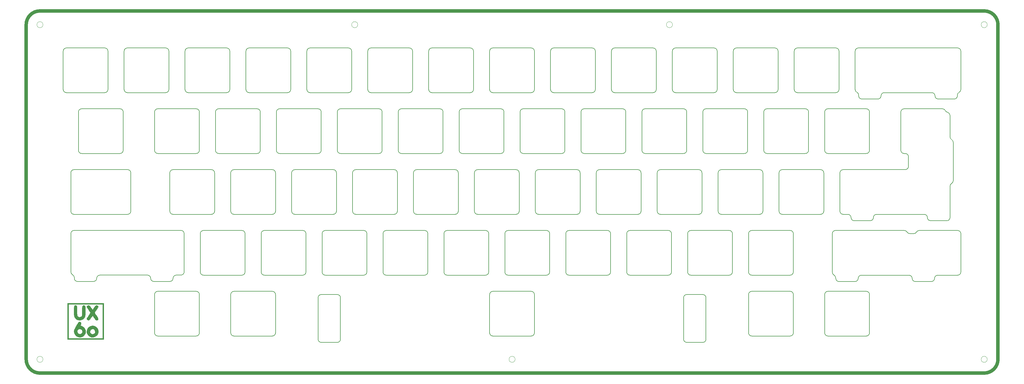
<source format=gtl>
G04 #@! TF.GenerationSoftware,KiCad,Pcbnew,5.1.10-88a1d61d58~90~ubuntu21.04.1*
G04 #@! TF.CreationDate,2021-09-17T14:10:37+02:00*
G04 #@! TF.ProjectId,unix60plate,756e6978-3630-4706-9c61-74652e6b6963,rev?*
G04 #@! TF.SameCoordinates,Original*
G04 #@! TF.FileFunction,Copper,L1,Top*
G04 #@! TF.FilePolarity,Positive*
%FSLAX46Y46*%
G04 Gerber Fmt 4.6, Leading zero omitted, Abs format (unit mm)*
G04 Created by KiCad (PCBNEW 5.1.10-88a1d61d58~90~ubuntu21.04.1) date 2021-09-17 14:10:37*
%MOMM*%
%LPD*%
G01*
G04 APERTURE LIST*
G04 #@! TA.AperFunction,NonConductor*
%ADD10C,1.000000*%
G04 #@! TD*
G04 #@! TA.AperFunction,Profile*
%ADD11C,0.200000*%
G04 #@! TD*
G04 #@! TA.AperFunction,Profile*
%ADD12C,0.050000*%
G04 #@! TD*
G04 #@! TA.AperFunction,EtchedComponent*
%ADD13C,0.010000*%
G04 #@! TD*
G04 APERTURE END LIST*
D10*
X357368500Y-175219700D02*
G75*
G02*
X353106000Y-179482200I-4262500J0D01*
G01*
X57831000Y-179482200D02*
G75*
G02*
X53568500Y-175219700I0J4262500D01*
G01*
X357368500Y-70444700D02*
X357368500Y-175219700D01*
X53568500Y-175219700D02*
X53568500Y-70444700D01*
X353106000Y-179482200D02*
X57831000Y-179482200D01*
X353106000Y-66182200D02*
G75*
G02*
X357368500Y-70444700I0J-4262500D01*
G01*
X57831000Y-66182200D02*
X353106000Y-66182200D01*
X53568500Y-70444700D02*
G75*
G02*
X57831000Y-66182200I4262500J0D01*
G01*
D11*
X57831000Y-65682200D02*
X353106000Y-65682200D01*
X53068500Y-175219700D02*
X53068500Y-70444700D01*
X353106000Y-179982200D02*
X57831000Y-179982200D01*
X357868500Y-70444700D02*
X357868500Y-175219700D01*
X307990692Y-116824140D02*
G75*
G02*
X308990692Y-115824140I1000000J0D01*
G01*
X108970523Y-148872839D02*
G75*
G02*
X107970522Y-147872838I0J1000001D01*
G01*
X245795597Y-128822828D02*
X245795597Y-116822821D01*
X68489251Y-129822828D02*
G75*
G02*
X67489251Y-128822828I0J1000000D01*
G01*
X164833054Y-109772817D02*
G75*
G02*
X163833053Y-110772818I-1000001J0D01*
G01*
X66108000Y-91722808D02*
G75*
G02*
X65107999Y-90722807I0J1000001D01*
G01*
X292421873Y-153922841D02*
G75*
G02*
X293421874Y-154922842I0J-1000001D01*
G01*
X293421874Y-166922848D02*
X293421874Y-154922842D01*
X270895610Y-129822828D02*
X282895617Y-129822828D01*
X293708123Y-78722801D02*
X293708123Y-90722807D01*
X199458072Y-91722808D02*
G75*
G02*
X198458071Y-90722807I0J1000001D01*
G01*
X251845600Y-129822828D02*
X263845607Y-129822828D01*
X198458071Y-78722801D02*
G75*
G02*
X199458072Y-77722800I1000001J0D01*
G01*
X211458078Y-77722800D02*
G75*
G02*
X212458079Y-78722801I0J-1000001D01*
G01*
X293420623Y-147872838D02*
G75*
G02*
X292420622Y-148872839I-1000001J0D01*
G01*
X160358051Y-78722801D02*
X160358051Y-90722807D01*
X212458079Y-166922848D02*
X212458079Y-154922842D01*
X145783043Y-109772817D02*
G75*
G02*
X144783042Y-110772818I-1000001J0D01*
G01*
X131783035Y-97772811D02*
X131783035Y-109772817D01*
X137545538Y-129822828D02*
G75*
G02*
X136545538Y-128822828I0J1000000D01*
G01*
X236270592Y-147872838D02*
G75*
G02*
X235270591Y-148872839I-1000001J0D01*
G01*
X161358051Y-91722807D02*
G75*
G02*
X160358051Y-90722807I0J1000000D01*
G01*
X254320602Y-134872831D02*
G75*
G02*
X255320602Y-135872831I0J-1000000D01*
G01*
X266101847Y-168922848D02*
G75*
G02*
X265101847Y-169922848I-1000000J0D01*
G01*
X260101844Y-169922848D02*
X265101847Y-169922848D01*
X260101844Y-169922848D02*
G75*
G02*
X259101844Y-168922848I0J1000000D01*
G01*
X255320602Y-147872838D02*
X255320602Y-135872831D01*
X342421942Y-130824140D02*
X342421942Y-121031190D01*
X307990692Y-116824140D02*
X307990692Y-128824140D01*
X311458942Y-130824140D02*
X311458942Y-130824140D01*
X342421942Y-98861140D02*
X342421942Y-105567089D01*
X342921942Y-106433115D02*
G75*
G02*
X343421942Y-107299140I-500000J-866025D01*
G01*
X341632155Y-97883484D02*
G75*
G02*
X342421942Y-98861140I-210213J-977656D01*
G01*
X308990692Y-129824140D02*
X310458942Y-129824140D01*
X342421942Y-130824140D02*
G75*
G02*
X341421942Y-131824140I-1000000J0D01*
G01*
X160070551Y-147872838D02*
G75*
G02*
X159070550Y-148872839I-1000001J0D01*
G01*
X123258031Y-91722808D02*
X135258037Y-91722808D01*
X166120554Y-148872839D02*
X178120560Y-148872839D01*
X123258031Y-91722808D02*
G75*
G02*
X122258030Y-90722807I0J1000001D01*
G01*
X137545538Y-129822828D02*
X149545545Y-129822828D01*
X150545545Y-128822828D02*
G75*
G02*
X149545545Y-129822828I-1000000J0D01*
G01*
X113733026Y-110772818D02*
X125733032Y-110772818D01*
X232795590Y-129822829D02*
G75*
G02*
X231795589Y-128822828I0J1000001D01*
G01*
X203220574Y-135872831D02*
X203220574Y-147872838D01*
X289945621Y-129822829D02*
G75*
G02*
X288945620Y-128822828I0J1000001D01*
G01*
X78108006Y-77722800D02*
X66108000Y-77722800D01*
X78108006Y-77722800D02*
G75*
G02*
X79108007Y-78722801I0J-1000001D01*
G01*
X279133115Y-109772817D02*
G75*
G02*
X278133114Y-110772818I-1000001J0D01*
G01*
X303233128Y-97772811D02*
X303233128Y-109772817D01*
X245795596Y-128822828D02*
G75*
G02*
X244795596Y-129822828I-1000000J0D01*
G01*
X112445525Y-128822828D02*
X112445525Y-116822821D01*
X169883055Y-97772811D02*
G75*
G02*
X170883056Y-96772810I1000001J0D01*
G01*
X182883063Y-96772811D02*
G75*
G02*
X183883063Y-97772811I0J-1000000D01*
G01*
X150833045Y-97772811D02*
G75*
G02*
X151833046Y-96772810I1000001J0D01*
G01*
X188933066Y-97772811D02*
G75*
G02*
X189933067Y-96772810I1000001J0D01*
G01*
X202933074Y-109772817D02*
X202933074Y-97772811D01*
X150808046Y-154922840D02*
X145811790Y-154922840D01*
X144811790Y-155922841D02*
X144811790Y-168922848D01*
X316234386Y-153922841D02*
G75*
G02*
X317234387Y-154922842I0J-1000001D01*
G01*
X145811790Y-169922848D02*
G75*
G02*
X144811790Y-168922848I0J1000000D01*
G01*
X93681763Y-154922842D02*
X93681763Y-166922848D01*
X93681763Y-154922842D02*
G75*
G02*
X94681764Y-153922841I1000001J0D01*
G01*
X303233127Y-154922842D02*
G75*
G02*
X304233128Y-153922841I1000001J0D01*
G01*
X328040691Y-110774140D02*
G75*
G02*
X327040691Y-109774140I0J1000000D01*
G01*
X199458072Y-91722808D02*
X211458078Y-91722808D01*
X67489251Y-116822821D02*
X67489251Y-128822828D01*
X118495528Y-129822828D02*
G75*
G02*
X117495528Y-128822828I0J1000000D01*
G01*
X198458071Y-78722801D02*
X198458071Y-90722807D01*
X316233135Y-96772810D02*
X304233128Y-96772810D01*
X317233136Y-109772817D02*
X317233136Y-97772811D01*
X278133114Y-96772810D02*
X266133108Y-96772810D01*
X117494276Y-154922842D02*
X117494276Y-166922848D01*
X98158017Y-90722807D02*
X98158017Y-78722801D01*
X122258030Y-78722801D02*
G75*
G02*
X123258031Y-77722800I1000001J0D01*
G01*
X135258037Y-77722800D02*
X123258031Y-77722800D01*
X135258037Y-77722800D02*
G75*
G02*
X136258038Y-78722801I0J-1000001D01*
G01*
X136258038Y-90722807D02*
X136258038Y-78722801D01*
X179408061Y-78722801D02*
G75*
G02*
X180408062Y-77722800I1000001J0D01*
G01*
X67489251Y-116822821D02*
G75*
G02*
X68489251Y-115822821I1000000J0D01*
G01*
X255320603Y-147872838D02*
G75*
G02*
X254320602Y-148872839I-1000001J0D01*
G01*
X208983077Y-110772818D02*
X220983084Y-110772818D01*
X106683022Y-153922841D02*
X94681764Y-153922841D01*
X146070544Y-135872831D02*
G75*
G02*
X147070544Y-134872831I1000000J0D01*
G01*
X159070550Y-134872831D02*
X147070544Y-134872831D01*
X159070550Y-134872830D02*
G75*
G02*
X160070551Y-135872831I0J-1000001D01*
G01*
X160070551Y-147872838D02*
X160070551Y-135872831D01*
X260370605Y-135872831D02*
G75*
G02*
X261370605Y-134872831I1000000J0D01*
G01*
X319463887Y-129822828D02*
X334339895Y-129822828D01*
X341632154Y-97883484D02*
G75*
G02*
X340941529Y-97339984I210213J977656D01*
G01*
X328421942Y-110774140D02*
X328040691Y-110774140D01*
X342421942Y-121031190D02*
G75*
G02*
X342921942Y-120165165I1000000J0D01*
G01*
X336339896Y-131822829D02*
X341422392Y-131822829D01*
X312458942Y-131824140D02*
X317463886Y-131822829D01*
X340040691Y-96774141D02*
G75*
G02*
X340941529Y-97339984I1J-999999D01*
G01*
X328040691Y-96774140D02*
X340040692Y-96774140D01*
X144811789Y-155922841D02*
G75*
G02*
X145811790Y-154922840I1000001J0D01*
G01*
X187645566Y-115822821D02*
G75*
G02*
X188645566Y-116822821I0J-1000000D01*
G01*
X188645566Y-128822828D02*
G75*
G02*
X187645566Y-129822828I-1000000J0D01*
G01*
X155595548Y-116822821D02*
X155595548Y-128822828D01*
X168595555Y-115822821D02*
X156595549Y-115822821D01*
X185170564Y-148872838D02*
G75*
G02*
X184170564Y-147872838I0J1000000D01*
G01*
X207983076Y-97772811D02*
G75*
G02*
X208983077Y-96772810I1000001J0D01*
G01*
X220983084Y-96772811D02*
G75*
G02*
X221983084Y-97772811I0J-1000000D01*
G01*
X297183125Y-96772811D02*
G75*
G02*
X298183125Y-97772811I0J-1000000D01*
G01*
X142308041Y-91722807D02*
G75*
G02*
X141308041Y-90722807I0J1000000D01*
G01*
X83870510Y-109772817D02*
G75*
G02*
X82870509Y-110772818I-1000001J0D01*
G01*
X304233128Y-110772817D02*
G75*
G02*
X303233128Y-109772817I0J1000000D01*
G01*
X280420616Y-167922849D02*
G75*
G02*
X279420615Y-166922848I0J1000001D01*
G01*
X170883056Y-110772817D02*
G75*
G02*
X169883056Y-109772817I0J1000000D01*
G01*
X198170572Y-147872838D02*
G75*
G02*
X197170571Y-148872839I-1000001J0D01*
G01*
X131495535Y-128822828D02*
X131495535Y-116822821D01*
X85158010Y-91722807D02*
G75*
G02*
X84158010Y-90722807I0J1000000D01*
G01*
X231795590Y-116822821D02*
G75*
G02*
X232795590Y-115822821I1000000J0D01*
G01*
X244795596Y-115822821D02*
X232795590Y-115822821D01*
X244795596Y-115822820D02*
G75*
G02*
X245795597Y-116822821I0J-1000001D01*
G01*
X250845600Y-116822821D02*
G75*
G02*
X251845600Y-115822821I1000000J0D01*
G01*
X263845607Y-115822821D02*
X251845600Y-115822821D01*
X263845607Y-115822821D02*
G75*
G02*
X264845607Y-116822821I0J-1000000D01*
G01*
X264845607Y-128822828D02*
X264845607Y-116822821D01*
X288945621Y-116822821D02*
G75*
G02*
X289945621Y-115822821I1000000J0D01*
G01*
X301945627Y-115822821D02*
X289945621Y-115822821D01*
X301945627Y-115822820D02*
G75*
G02*
X302945628Y-116822821I0J-1000001D01*
G01*
X302945628Y-128822828D02*
X302945628Y-116822821D01*
X83870509Y-109772817D02*
X83870509Y-97772811D01*
X256608103Y-91722808D02*
G75*
G02*
X255608102Y-90722807I0J1000001D01*
G01*
X136545538Y-116822821D02*
X136545538Y-128822828D01*
X288945620Y-116822821D02*
X288945620Y-128822828D01*
X76584142Y-148848739D02*
X91460142Y-148848739D01*
X101928392Y-134848739D02*
G75*
G02*
X102928392Y-135848739I0J-1000000D01*
G01*
X99460142Y-149848740D02*
X99460142Y-149848740D01*
X93460142Y-150848739D02*
X98460142Y-150848739D01*
X100460142Y-148848739D02*
X101928392Y-148848739D01*
X69584141Y-150848740D02*
G75*
G02*
X68584141Y-149848740I0J1000000D01*
G01*
X68040642Y-148738463D02*
G75*
G02*
X67497142Y-147848740I456500J889723D01*
G01*
X342921942Y-106433114D02*
G75*
G02*
X342421942Y-105567089I500000J866025D01*
G01*
X174358059Y-90722807D02*
G75*
G02*
X173358058Y-91722808I-1000001J0D01*
G01*
X94681764Y-167922849D02*
G75*
G02*
X93681763Y-166922848I0J1000001D01*
G01*
X183883063Y-109772817D02*
X183883063Y-97772811D01*
X213745580Y-129822829D02*
G75*
G02*
X212745579Y-128822828I0J1000001D01*
G01*
X202933074Y-109772817D02*
G75*
G02*
X201933073Y-110772818I-1000001J0D01*
G01*
X242320595Y-148872838D02*
G75*
G02*
X241320595Y-147872838I0J1000000D01*
G01*
X211458078Y-153922841D02*
G75*
G02*
X212458079Y-154922842I0J-1000001D01*
G01*
X117494276Y-154922842D02*
G75*
G02*
X118494277Y-153922841I1000001J0D01*
G01*
X198461814Y-154922842D02*
G75*
G02*
X199461815Y-153922841I1000001J0D01*
G01*
X316234386Y-153922841D02*
X304233128Y-153922841D01*
X255608102Y-78722801D02*
X255608102Y-90722807D01*
X304233128Y-110772818D02*
X316233135Y-110772818D01*
X241320595Y-135872831D02*
X241320595Y-147872838D01*
X265133107Y-97772811D02*
X265133107Y-109772817D01*
X118494277Y-167922849D02*
X130495535Y-167922849D01*
X93683014Y-97772811D02*
G75*
G02*
X94683015Y-96772810I1000001J0D01*
G01*
X280420616Y-148872839D02*
X292420622Y-148872839D01*
X189933067Y-110772818D02*
G75*
G02*
X188933066Y-109772817I0J1000001D01*
G01*
X70870502Y-110772817D02*
G75*
G02*
X69870502Y-109772817I0J1000000D01*
G01*
X241320595Y-135872831D02*
G75*
G02*
X242320595Y-134872831I1000000J0D01*
G01*
X66108000Y-91722808D02*
X78108006Y-91722808D01*
X261370605Y-148872838D02*
G75*
G02*
X260370605Y-147872838I0J1000000D01*
G01*
X217508082Y-78722801D02*
X217508082Y-90722807D01*
X154308048Y-77722800D02*
X142308041Y-77722800D01*
X317234387Y-166922848D02*
G75*
G02*
X316234386Y-167922849I-1000001J0D01*
G01*
X156595549Y-129822828D02*
X168595555Y-129822828D01*
X147070544Y-148872839D02*
G75*
G02*
X146070543Y-147872838I0J1000001D01*
G01*
X131495536Y-166922848D02*
G75*
G02*
X130495535Y-167922849I-1000001J0D01*
G01*
X264845607Y-128822828D02*
G75*
G02*
X263845607Y-129822828I-1000000J0D01*
G01*
X99445518Y-129822828D02*
X111445524Y-129822828D01*
X99445518Y-129822829D02*
G75*
G02*
X98445517Y-128822828I0J1000001D01*
G01*
X180408062Y-91722808D02*
G75*
G02*
X179408061Y-90722807I0J1000001D01*
G01*
X141308041Y-78722801D02*
X141308041Y-90722807D01*
X112733025Y-97772811D02*
X112733025Y-109772817D01*
X175645559Y-129822828D02*
G75*
G02*
X174645559Y-128822828I0J1000000D01*
G01*
X213745580Y-129822828D02*
X225745586Y-129822828D01*
X329421942Y-114824140D02*
X329421942Y-111774140D01*
X329421942Y-114824140D02*
G75*
G02*
X328421942Y-115824140I-1000000J0D01*
G01*
X318463886Y-130822829D02*
G75*
G02*
X317463886Y-131822829I-1000000J0D01*
G01*
X318463886Y-130822829D02*
G75*
G02*
X319463887Y-129822828I1000001J0D01*
G01*
X343421942Y-107299140D02*
X343421942Y-119299140D01*
X336339896Y-131822830D02*
G75*
G02*
X335339895Y-130822829I0J1000001D01*
G01*
X343421942Y-119299140D02*
G75*
G02*
X342921942Y-120165165I-1000000J0D01*
G01*
X334339895Y-129822829D02*
G75*
G02*
X335339895Y-130822829I0J-1000000D01*
G01*
X127020533Y-135872831D02*
G75*
G02*
X128020533Y-134872831I1000000J0D01*
G01*
X68489251Y-129822828D02*
X85251760Y-129822828D01*
X120970530Y-134872831D02*
X108970523Y-134872831D01*
X128020533Y-148872838D02*
G75*
G02*
X127020533Y-147872838I0J1000000D01*
G01*
X294708123Y-91722807D02*
G75*
G02*
X293708123Y-90722807I0J1000000D01*
G01*
X288658121Y-90722807D02*
G75*
G02*
X287658120Y-91722808I-1000001J0D01*
G01*
X146070543Y-135872831D02*
X146070543Y-147872838D01*
X94681764Y-167922849D02*
X106683022Y-167922849D01*
X260370605Y-135872831D02*
X260370605Y-147872838D01*
X199461815Y-167922848D02*
G75*
G02*
X198461815Y-166922848I0J1000000D01*
G01*
X86251760Y-128822828D02*
G75*
G02*
X85251760Y-129822828I-1000000J0D01*
G01*
X306159500Y-148874821D02*
G75*
G02*
X306701380Y-149872839I-648120J-998018D01*
G01*
X305609386Y-135872831D02*
G75*
G02*
X306609386Y-134872831I1000000J0D01*
G01*
X344809398Y-134872831D02*
X332809392Y-134872831D01*
X329871443Y-135872832D02*
G75*
G02*
X329005417Y-135372831I0J1000001D01*
G01*
X306158894Y-148875770D02*
G75*
G02*
X305609385Y-147872838I640492J1002932D01*
G01*
X337577397Y-149872839D02*
G75*
G02*
X336577396Y-150872840I-1000001J0D01*
G01*
X313701384Y-149872839D02*
G75*
G02*
X312701383Y-150872840I-1000001J0D01*
G01*
X314701384Y-148872839D02*
X329577392Y-148872839D01*
X317234387Y-166922848D02*
X317234387Y-154922842D01*
X130495535Y-153922841D02*
X118494277Y-153922841D01*
X198461815Y-154922842D02*
X198461815Y-166922848D01*
X106683022Y-153922842D02*
G75*
G02*
X107683022Y-154922842I0J-1000000D01*
G01*
X130495535Y-153922842D02*
G75*
G02*
X131495535Y-154922842I0J-1000000D01*
G01*
X211458078Y-153922841D02*
X199461815Y-153922841D01*
X251845600Y-129822828D02*
G75*
G02*
X250845600Y-128822828I0J1000000D01*
G01*
X259101844Y-155922841D02*
X259101844Y-168922848D01*
X269608110Y-90722807D02*
X269608110Y-78722801D01*
X211458078Y-77722800D02*
X199458072Y-77722800D01*
X269895610Y-116822821D02*
G75*
G02*
X270895610Y-115822821I1000000J0D01*
G01*
X212458079Y-90722807D02*
X212458079Y-78722801D01*
X84158009Y-78722801D02*
G75*
G02*
X85158010Y-77722800I1000001J0D01*
G01*
X97158017Y-77722800D02*
X85158010Y-77722800D01*
X97158017Y-77722801D02*
G75*
G02*
X98158017Y-78722801I0J-1000000D01*
G01*
X91460142Y-148848740D02*
G75*
G02*
X92460142Y-149848740I0J-1000000D01*
G01*
X68584141Y-149848740D02*
X68584141Y-149628186D01*
X75584142Y-149848740D02*
G75*
G02*
X76584142Y-148848740I1000000J0D01*
G01*
X68497142Y-134848740D02*
X101928392Y-134848740D01*
X93460142Y-150848740D02*
G75*
G02*
X92460142Y-149848740I0J1000000D01*
G01*
X102928392Y-147848740D02*
G75*
G02*
X101928392Y-148848740I-1000000J0D01*
G01*
X69584141Y-150848739D02*
X74584142Y-150848739D01*
X75584142Y-149848740D02*
G75*
G02*
X74584142Y-150848740I-1000000J0D01*
G01*
X345809399Y-147872838D02*
X345809399Y-135872831D01*
X307701380Y-150872839D02*
G75*
G02*
X306701380Y-149872839I0J1000000D01*
G01*
X331577393Y-150872840D02*
X336577396Y-150872840D01*
X338577398Y-148872838D02*
X344809398Y-148872839D01*
X331577393Y-150872839D02*
G75*
G02*
X330577393Y-149872839I0J1000000D01*
G01*
X331077341Y-135872832D02*
X329871443Y-135872831D01*
X344809398Y-134872830D02*
G75*
G02*
X345809399Y-135872831I0J-1000001D01*
G01*
X313701384Y-149872839D02*
G75*
G02*
X314701384Y-148872839I1000000J0D01*
G01*
X107683022Y-109772817D02*
X107683022Y-97772811D01*
X107683023Y-109772817D02*
G75*
G02*
X106683022Y-110772818I-1000001J0D01*
G01*
X94683015Y-110772818D02*
X106683022Y-110772818D01*
X169883056Y-97772811D02*
X169883056Y-109772817D01*
X182883063Y-96772810D02*
X170883056Y-96772810D01*
X150833046Y-97772811D02*
X150833046Y-109772817D01*
X163833053Y-96772811D02*
G75*
G02*
X164833053Y-97772811I0J-1000000D01*
G01*
X201933073Y-96772810D02*
G75*
G02*
X202933074Y-97772811I0J-1000001D01*
G01*
X131783035Y-97772811D02*
G75*
G02*
X132783036Y-96772810I1000001J0D01*
G01*
X122258030Y-78722801D02*
X122258030Y-90722807D01*
X67497142Y-135848739D02*
X67497142Y-147848740D01*
X92460142Y-149848740D02*
X92460142Y-149848740D01*
X68040642Y-148738463D02*
G75*
G02*
X68584142Y-149628186I-456500J-889723D01*
G01*
X102928392Y-135848739D02*
X102928392Y-147848740D01*
X75584142Y-149848740D02*
X75584142Y-149848740D01*
X67497142Y-135848739D02*
G75*
G02*
X68497142Y-134848739I1000000J0D01*
G01*
X99460142Y-149848740D02*
G75*
G02*
X98460142Y-150848740I-1000000J0D01*
G01*
X99460142Y-149848740D02*
G75*
G02*
X100460142Y-148848740I1000000J0D01*
G01*
X313845130Y-92502247D02*
X313845134Y-92722808D01*
X345808130Y-90722807D02*
X345808130Y-78722801D01*
X338721147Y-93722809D02*
X343721150Y-93722809D01*
X345264630Y-91612530D02*
G75*
G03*
X344721130Y-92502253I456500J-889723D01*
G01*
X313301630Y-91612524D02*
G75*
G02*
X312758130Y-90722801I456500J889723D01*
G01*
X344803145Y-77722800D02*
X313753139Y-77722800D01*
X344721151Y-92722808D02*
G75*
G02*
X343721150Y-93722809I-1000001J0D01*
G01*
X338577398Y-148872838D02*
G75*
G03*
X337577397Y-149872839I0J-1000001D01*
G01*
X298183125Y-109772817D02*
X298183125Y-97772811D01*
X246083097Y-97772811D02*
G75*
G02*
X247083098Y-96772810I1000001J0D01*
G01*
X259083104Y-96772810D02*
X247083098Y-96772810D01*
X259083104Y-96772810D02*
G75*
G02*
X260083105Y-97772811I0J-1000001D01*
G01*
X227033086Y-97772811D02*
G75*
G02*
X228033087Y-96772810I1000001J0D01*
G01*
X240033094Y-96772810D02*
X228033087Y-96772810D01*
X240033094Y-96772811D02*
G75*
G02*
X241033094Y-97772811I0J-1000000D01*
G01*
X241033094Y-109772817D02*
X241033094Y-97772811D01*
X164833053Y-109772817D02*
X164833053Y-97772811D01*
X183883064Y-109772817D02*
G75*
G02*
X182883063Y-110772818I-1000001J0D01*
G01*
X304233128Y-167922848D02*
G75*
G02*
X303233128Y-166922848I0J1000000D01*
G01*
X192408068Y-77722800D02*
X180408062Y-77722800D01*
X192408068Y-77722800D02*
G75*
G02*
X193408069Y-78722801I0J-1000001D01*
G01*
X193408069Y-90722807D02*
X193408069Y-78722801D01*
X154308048Y-77722801D02*
G75*
G02*
X155308048Y-78722801I0J-1000000D01*
G01*
X155308048Y-90722807D02*
X155308048Y-78722801D01*
X155308049Y-90722807D02*
G75*
G02*
X154308048Y-91722808I-1000001J0D01*
G01*
X142308041Y-91722808D02*
X154308048Y-91722808D01*
X160358050Y-78722801D02*
G75*
G02*
X161358051Y-77722800I1000001J0D01*
G01*
X173358058Y-77722800D02*
X161358051Y-77722800D01*
X173358058Y-77722801D02*
G75*
G02*
X174358058Y-78722801I0J-1000000D01*
G01*
X174358058Y-90722807D02*
X174358058Y-78722801D01*
X217508081Y-78722801D02*
G75*
G02*
X218508082Y-77722800I1000001J0D01*
G01*
X230508089Y-77722800D02*
X218508082Y-77722800D01*
X230508089Y-77722801D02*
G75*
G02*
X231508089Y-78722801I0J-1000000D01*
G01*
X231508089Y-90722807D02*
X231508089Y-78722801D01*
X116208027Y-77722801D02*
G75*
G02*
X117208027Y-78722801I0J-1000000D01*
G01*
X85251760Y-115822820D02*
G75*
G02*
X86251761Y-116822821I0J-1000001D01*
G01*
X260083105Y-109772817D02*
G75*
G02*
X259083104Y-110772818I-1000001J0D01*
G01*
X163833053Y-96772810D02*
X151833046Y-96772810D01*
X201933073Y-96772810D02*
X189933067Y-96772810D01*
X329577392Y-148872838D02*
G75*
G02*
X330577393Y-149872839I0J-1000001D01*
G01*
X328139391Y-134872831D02*
X306609386Y-134872831D01*
X305609385Y-135872831D02*
X305609385Y-147872838D01*
X328139391Y-134872830D02*
G75*
G02*
X329005417Y-135372831I0J-1000001D01*
G01*
X307701380Y-150872840D02*
X312701383Y-150872840D01*
X331943367Y-135372831D02*
G75*
G02*
X332809392Y-134872831I866025J-500000D01*
G01*
X345809399Y-147872838D02*
G75*
G02*
X344809398Y-148872839I-1000001J0D01*
G01*
X331077341Y-135872832D02*
G75*
G03*
X331943367Y-135372831I0J1000001D01*
G01*
X85158010Y-91722808D02*
X97158017Y-91722808D01*
X269895610Y-116822821D02*
X269895610Y-128822828D01*
X274658112Y-78722801D02*
G75*
G02*
X275658113Y-77722800I1000001J0D01*
G01*
X287658120Y-77722800D02*
X275658113Y-77722800D01*
X287658120Y-77722801D02*
G75*
G02*
X288658120Y-78722801I0J-1000000D01*
G01*
X288658120Y-90722807D02*
X288658120Y-78722801D01*
X151833046Y-110772818D02*
X163833053Y-110772818D01*
X293421874Y-166922848D02*
G75*
G02*
X292421873Y-167922849I-1000001J0D01*
G01*
X280420616Y-167922849D02*
X292421873Y-167922849D01*
X106683022Y-96772810D02*
X94683015Y-96772810D01*
X107683023Y-166922848D02*
G75*
G02*
X106683022Y-167922849I-1000001J0D01*
G01*
X85251760Y-115822821D02*
X68489251Y-115822821D01*
X86251761Y-128822828D02*
X86251761Y-116822821D01*
X317233136Y-109772817D02*
G75*
G02*
X316233135Y-110772818I-1000001J0D01*
G01*
X145811790Y-169922848D02*
X150808046Y-169922848D01*
X254320602Y-134872831D02*
X242320595Y-134872831D01*
X204220574Y-148872839D02*
X216220581Y-148872839D01*
X247083098Y-110772818D02*
X259083104Y-110772818D01*
X241033095Y-109772817D02*
G75*
G02*
X240033094Y-110772818I-1000001J0D01*
G01*
X207695576Y-128822828D02*
G75*
G02*
X206695576Y-129822828I-1000000J0D01*
G01*
X246083097Y-97772811D02*
X246083097Y-109772817D01*
X121970530Y-147872838D02*
X121970530Y-135872831D01*
X108970523Y-148872839D02*
X120970530Y-148872839D01*
X169595555Y-128822828D02*
G75*
G02*
X168595555Y-129822828I-1000000J0D01*
G01*
X94683015Y-110772817D02*
G75*
G02*
X93683015Y-109772817I0J1000000D01*
G01*
X289945621Y-129822828D02*
X301945627Y-129822828D01*
X228033087Y-110772817D02*
G75*
G02*
X227033087Y-109772817I0J1000000D01*
G01*
X169595556Y-128822828D02*
X169595556Y-116822821D01*
X313301630Y-91612524D02*
G75*
G02*
X313845130Y-92502247I-456500J-889723D01*
G01*
X321845138Y-91722808D02*
X336721146Y-91722808D01*
X320845138Y-92722808D02*
G75*
G02*
X319845137Y-93722809I-1000001J0D01*
G01*
X312758130Y-78722801D02*
G75*
G02*
X313758130Y-77722801I1000000J0D01*
G01*
X320845138Y-92722808D02*
G75*
G02*
X321845138Y-91722808I1000000J0D01*
G01*
X336721146Y-91722807D02*
G75*
G02*
X337721147Y-92722808I0J-1000001D01*
G01*
X314845134Y-93722809D02*
X319845137Y-93722809D01*
X345264630Y-91612530D02*
G75*
G03*
X345808130Y-90722807I-456500J889723D01*
G01*
X314845134Y-93722808D02*
G75*
G02*
X313845134Y-92722808I0J1000000D01*
G01*
X312758130Y-78722801D02*
X312758130Y-90722801D01*
X338721147Y-93722808D02*
G75*
G02*
X337721147Y-92722808I0J1000000D01*
G01*
X344808129Y-77722800D02*
G75*
G02*
X345808130Y-78722801I0J-1000001D01*
G01*
X344721130Y-92502253D02*
X344721151Y-92722808D01*
X293708122Y-78722801D02*
G75*
G02*
X294708123Y-77722800I1000001J0D01*
G01*
X178120560Y-134872831D02*
X166120554Y-134872831D01*
X179120561Y-147872838D02*
X179120561Y-135872831D01*
X235270591Y-134872830D02*
G75*
G02*
X236270592Y-135872831I0J-1000001D01*
G01*
X236270592Y-147872838D02*
X236270592Y-135872831D01*
X307708130Y-90722807D02*
X307708130Y-78722801D01*
X255608102Y-78722801D02*
G75*
G02*
X256608103Y-77722800I1000001J0D01*
G01*
X150808046Y-154922841D02*
G75*
G02*
X151808046Y-155922841I0J-1000000D01*
G01*
X268608109Y-77722800D02*
X256608103Y-77722800D01*
X268608109Y-77722800D02*
G75*
G02*
X269608110Y-78722801I0J-1000001D01*
G01*
X174645559Y-116822821D02*
X174645559Y-128822828D01*
X165120553Y-135872831D02*
X165120553Y-147872838D01*
X285183118Y-110772818D02*
X297183125Y-110772818D01*
X118494277Y-167922849D02*
G75*
G02*
X117494276Y-166922848I0J1000001D01*
G01*
X279420615Y-154922842D02*
X279420615Y-166922848D01*
X221983085Y-109772817D02*
G75*
G02*
X220983084Y-110772818I-1000001J0D01*
G01*
X285183118Y-110772817D02*
G75*
G02*
X284183118Y-109772817I0J1000000D01*
G01*
X79108007Y-90722807D02*
X79108007Y-78722801D01*
X284183117Y-97772811D02*
G75*
G02*
X285183118Y-96772810I1000001J0D01*
G01*
X141020541Y-147872838D02*
G75*
G02*
X140020540Y-148872839I-1000001J0D01*
G01*
X273370612Y-134872831D02*
X261370605Y-134872831D01*
X198170571Y-147872838D02*
X198170571Y-135872831D01*
X136258038Y-90722807D02*
G75*
G02*
X135258037Y-91722808I-1000001J0D01*
G01*
X193695569Y-116822821D02*
X193695569Y-128822828D01*
X237558092Y-91722807D02*
G75*
G02*
X236558092Y-90722807I0J1000000D01*
G01*
X151833046Y-110772817D02*
G75*
G02*
X150833046Y-109772817I0J1000000D01*
G01*
X116208027Y-77722800D02*
X104208020Y-77722800D01*
X151808046Y-168922848D02*
G75*
G02*
X150808046Y-169922848I-1000000J0D01*
G01*
X166120554Y-148872839D02*
G75*
G02*
X165120553Y-147872838I0J1000001D01*
G01*
X225745586Y-115822821D02*
X213745580Y-115822821D01*
X225745586Y-115822820D02*
G75*
G02*
X226745587Y-116822821I0J-1000001D01*
G01*
X117495528Y-116822821D02*
X117495528Y-128822828D01*
X117495528Y-116822821D02*
G75*
G02*
X118495528Y-115822821I1000000J0D01*
G01*
X130495535Y-115822821D02*
X118495528Y-115822821D01*
X307708131Y-90722807D02*
G75*
G02*
X306708130Y-91722808I-1000001J0D01*
G01*
X130495535Y-115822821D02*
G75*
G02*
X131495535Y-116822821I0J-1000000D01*
G01*
X136545538Y-116822821D02*
G75*
G02*
X137545538Y-115822821I1000000J0D01*
G01*
X149545545Y-115822821D02*
X137545538Y-115822821D01*
X149545545Y-115822821D02*
G75*
G02*
X150545545Y-116822821I0J-1000000D01*
G01*
X150545545Y-128822828D02*
X150545545Y-116822821D01*
X187645566Y-115822821D02*
X175645559Y-115822821D01*
X127020533Y-135872831D02*
X127020533Y-147872838D01*
X228033087Y-110772818D02*
X240033094Y-110772818D01*
X261370605Y-148872839D02*
X273370612Y-148872839D01*
X84158010Y-78722801D02*
X84158010Y-90722807D01*
X189933067Y-110772818D02*
X201933073Y-110772818D01*
X103208020Y-78722801D02*
X103208020Y-90722807D01*
X132783036Y-110772818D02*
X144783042Y-110772818D01*
X144783042Y-96772810D02*
X132783036Y-96772810D01*
X144783042Y-96772810D02*
G75*
G02*
X145783043Y-97772811I0J-1000001D01*
G01*
X145783043Y-109772817D02*
X145783043Y-97772811D01*
X112733025Y-97772811D02*
G75*
G02*
X113733026Y-96772810I1000001J0D01*
G01*
X125733032Y-96772810D02*
X113733026Y-96772810D01*
X125733032Y-96772810D02*
G75*
G02*
X126733033Y-97772811I0J-1000001D01*
G01*
X126733033Y-109772817D02*
X126733033Y-97772811D01*
X236558091Y-78722801D02*
G75*
G02*
X237558092Y-77722800I1000001J0D01*
G01*
X249558099Y-77722800D02*
X237558092Y-77722800D01*
X249558099Y-77722801D02*
G75*
G02*
X250558099Y-78722801I0J-1000000D01*
G01*
X250558099Y-90722807D02*
X250558099Y-78722801D01*
X298183126Y-109772817D02*
G75*
G02*
X297183125Y-110772818I-1000001J0D01*
G01*
X218508082Y-91722808D02*
X230508089Y-91722808D01*
X140020540Y-134872831D02*
X128020533Y-134872831D01*
X266133108Y-110772818D02*
X278133114Y-110772818D01*
X113733026Y-110772818D02*
G75*
G02*
X112733025Y-109772817I0J1000001D01*
G01*
X227033087Y-97772811D02*
X227033087Y-109772817D01*
X327040691Y-97774140D02*
G75*
G02*
X328040691Y-96774140I1000000J0D01*
G01*
X184170564Y-135872831D02*
X184170564Y-147872838D01*
X98158018Y-90722807D02*
G75*
G02*
X97158017Y-91722808I-1000001J0D01*
G01*
X226745586Y-128822828D02*
G75*
G02*
X225745586Y-129822828I-1000000J0D01*
G01*
X199461815Y-167922848D02*
X211458078Y-167922849D01*
X107970522Y-135872831D02*
X107970522Y-147872838D01*
X327040691Y-97774140D02*
X327040691Y-109774140D01*
X117208027Y-90722807D02*
X117208027Y-78722801D01*
X117208028Y-90722807D02*
G75*
G02*
X116208027Y-91722808I-1000001J0D01*
G01*
X104208020Y-91722808D02*
X116208027Y-91722808D01*
X179408061Y-78722801D02*
X179408061Y-90722807D01*
X132783036Y-110772818D02*
G75*
G02*
X131783035Y-109772817I0J1000001D01*
G01*
X131495535Y-128822828D02*
G75*
G02*
X130495535Y-129822828I-1000000J0D01*
G01*
X118495528Y-129822828D02*
X130495535Y-129822828D01*
X188933066Y-97772811D02*
X188933066Y-109772817D01*
X141308040Y-78722801D02*
G75*
G02*
X142308041Y-77722800I1000001J0D01*
G01*
X306708130Y-77722800D02*
X294708123Y-77722800D01*
X306708130Y-77722801D02*
G75*
G02*
X307708130Y-78722801I0J-1000000D01*
G01*
X222270585Y-135872831D02*
G75*
G02*
X223270585Y-134872831I1000000J0D01*
G01*
X216220581Y-134872831D02*
X204220574Y-134872831D01*
X217220581Y-147872838D02*
X217220581Y-135872831D01*
X292420622Y-134872831D02*
X280420616Y-134872831D01*
X107970523Y-135872831D02*
G75*
G02*
X108970523Y-134872831I1000000J0D01*
G01*
X147070544Y-148872839D02*
X159070550Y-148872839D01*
X65107999Y-78722801D02*
G75*
G02*
X66108000Y-77722800I1000001J0D01*
G01*
X188645566Y-128822828D02*
X188645566Y-116822821D01*
X175645559Y-129822828D02*
X187645566Y-129822828D01*
X155595549Y-116822821D02*
G75*
G02*
X156595549Y-115822821I1000000J0D01*
G01*
X168595555Y-115822820D02*
G75*
G02*
X169595556Y-116822821I0J-1000001D01*
G01*
X266101848Y-168922848D02*
X266101848Y-155922841D01*
X220983084Y-96772810D02*
X208983077Y-96772810D01*
X221983084Y-109772817D02*
X221983084Y-97772811D01*
X297183125Y-96772810D02*
X285183118Y-96772810D01*
X275658113Y-91722808D02*
X287658120Y-91722808D01*
X223270585Y-148872839D02*
X235270591Y-148872839D01*
X156595549Y-129822829D02*
G75*
G02*
X155595548Y-128822828I0J1000001D01*
G01*
X112445524Y-128822828D02*
G75*
G02*
X111445524Y-129822828I-1000000J0D01*
G01*
X310458942Y-129824140D02*
G75*
G02*
X311458942Y-130824140I0J-1000000D01*
G01*
X280420616Y-148872839D02*
G75*
G02*
X279420615Y-147872838I0J1000001D01*
G01*
X79108007Y-90722807D02*
G75*
G02*
X78108006Y-91722808I-1000001J0D01*
G01*
X107683022Y-166922848D02*
X107683022Y-154922842D01*
X279420615Y-154922842D02*
G75*
G02*
X280420616Y-153922841I1000001J0D01*
G01*
X237558092Y-91722808D02*
X249558099Y-91722808D01*
X260083105Y-109772817D02*
X260083105Y-97772811D01*
X70870502Y-110772818D02*
X82870509Y-110772818D01*
X194695569Y-129822828D02*
X206695576Y-129822828D01*
X250558100Y-90722807D02*
G75*
G02*
X249558099Y-91722808I-1000001J0D01*
G01*
X247083098Y-110772818D02*
G75*
G02*
X246083097Y-109772817I0J1000001D01*
G01*
X308990692Y-129824140D02*
G75*
G02*
X307990692Y-128824140I0J1000000D01*
G01*
X222270584Y-135872831D02*
X222270584Y-147872838D01*
X184170564Y-135872831D02*
G75*
G02*
X185170564Y-134872831I1000000J0D01*
G01*
X242320595Y-148872839D02*
X254320602Y-148872839D01*
X197170571Y-134872831D02*
X185170564Y-134872831D01*
X273370612Y-134872831D02*
G75*
G02*
X274370612Y-135872831I0J-1000000D01*
G01*
X131495535Y-166922848D02*
X131495535Y-154922842D01*
X165120554Y-135872831D02*
G75*
G02*
X166120554Y-134872831I1000000J0D01*
G01*
X178120560Y-134872830D02*
G75*
G02*
X179120561Y-135872831I0J-1000001D01*
G01*
X235270591Y-134872831D02*
X223270585Y-134872831D01*
X203220574Y-135872831D02*
G75*
G02*
X204220574Y-134872831I1000000J0D01*
G01*
X216220581Y-134872831D02*
G75*
G02*
X217220581Y-135872831I0J-1000000D01*
G01*
X279420616Y-135872831D02*
G75*
G02*
X280420616Y-134872831I1000000J0D01*
G01*
X236558092Y-78722801D02*
X236558092Y-90722807D01*
X265101847Y-154922840D02*
G75*
G02*
X266101848Y-155922841I0J-1000001D01*
G01*
X232795590Y-129822828D02*
X244795596Y-129822828D01*
X294708123Y-91722808D02*
X306708130Y-91722808D01*
X208983077Y-110772817D02*
G75*
G02*
X207983077Y-109772817I0J1000000D01*
G01*
X303233128Y-154922842D02*
X303233128Y-166922848D01*
X266133108Y-110772818D02*
G75*
G02*
X265133107Y-109772817I0J1000001D01*
G01*
X193408069Y-90722807D02*
G75*
G02*
X192408068Y-91722808I-1000001J0D01*
G01*
X274370613Y-147872838D02*
G75*
G02*
X273370612Y-148872839I-1000001J0D01*
G01*
X269608110Y-90722807D02*
G75*
G02*
X268608109Y-91722808I-1000001J0D01*
G01*
X231508090Y-90722807D02*
G75*
G02*
X230508089Y-91722808I-1000001J0D01*
G01*
X256608103Y-91722808D02*
X268608109Y-91722808D01*
X328421942Y-110774140D02*
G75*
G02*
X329421942Y-111774140I0J-1000000D01*
G01*
X308990692Y-115824140D02*
X328421942Y-115824140D01*
X292421873Y-153922841D02*
X280420616Y-153922841D01*
X217220582Y-147872838D02*
G75*
G02*
X216220581Y-148872839I-1000001J0D01*
G01*
X126733033Y-109772817D02*
G75*
G02*
X125733032Y-110772818I-1000001J0D01*
G01*
X65107999Y-78722801D02*
X65107999Y-90722807D01*
X279420615Y-135872831D02*
X279420615Y-147872838D01*
X274658113Y-78722801D02*
X274658113Y-90722807D01*
X283895617Y-128822828D02*
G75*
G02*
X282895617Y-129822828I-1000000J0D01*
G01*
X194695569Y-129822828D02*
G75*
G02*
X193695569Y-128822828I0J1000000D01*
G01*
X303233127Y-97772811D02*
G75*
G02*
X304233128Y-96772810I1000001J0D01*
G01*
X316233135Y-96772810D02*
G75*
G02*
X317233136Y-97772811I0J-1000001D01*
G01*
X265133107Y-97772811D02*
G75*
G02*
X266133108Y-96772810I1000001J0D01*
G01*
X278133114Y-96772810D02*
G75*
G02*
X279133115Y-97772811I0J-1000001D01*
G01*
X279133115Y-109772817D02*
X279133115Y-97772811D01*
X69870502Y-97772811D02*
X69870502Y-109772817D01*
X69870501Y-97772811D02*
G75*
G02*
X70870502Y-96772810I1000001J0D01*
G01*
X82870509Y-96772810D02*
X70870502Y-96772810D01*
X82870509Y-96772811D02*
G75*
G02*
X83870509Y-97772811I0J-1000000D01*
G01*
X106683022Y-96772811D02*
G75*
G02*
X107683022Y-97772811I0J-1000000D01*
G01*
X98445517Y-116822821D02*
X98445517Y-128822828D01*
X98445518Y-116822821D02*
G75*
G02*
X99445518Y-115822821I1000000J0D01*
G01*
X111445524Y-115822821D02*
X99445518Y-115822821D01*
X111445524Y-115822820D02*
G75*
G02*
X112445525Y-116822821I0J-1000001D01*
G01*
X197170571Y-134872831D02*
G75*
G02*
X198170571Y-135872831I0J-1000000D01*
G01*
X274370612Y-147872838D02*
X274370612Y-135872831D01*
X93683015Y-97772811D02*
X93683015Y-109772817D01*
X170883056Y-110772818D02*
X182883063Y-110772818D01*
X259101843Y-155922841D02*
G75*
G02*
X260101844Y-154922840I1000001J0D01*
G01*
X250845600Y-116822821D02*
X250845600Y-128822828D01*
X292420622Y-134872830D02*
G75*
G02*
X293420623Y-135872831I0J-1000001D01*
G01*
X293420623Y-147872838D02*
X293420623Y-135872831D01*
X140020540Y-134872831D02*
G75*
G02*
X141020540Y-135872831I0J-1000000D01*
G01*
X141020540Y-147872838D02*
X141020540Y-135872831D01*
X128020533Y-148872839D02*
X140020540Y-148872839D01*
X120970530Y-134872831D02*
G75*
G02*
X121970530Y-135872831I0J-1000000D01*
G01*
X121970531Y-147872838D02*
G75*
G02*
X120970530Y-148872839I-1000001J0D01*
G01*
X282895617Y-115822821D02*
X270895610Y-115822821D01*
X282895617Y-115822821D02*
G75*
G02*
X283895617Y-116822821I0J-1000000D01*
G01*
X283895617Y-128822828D02*
X283895617Y-116822821D01*
X231795589Y-116822821D02*
X231795589Y-128822828D01*
X212458079Y-166922848D02*
G75*
G02*
X211458078Y-167922849I-1000001J0D01*
G01*
X180408062Y-91722808D02*
X192408068Y-91722808D01*
X179120561Y-147872838D02*
G75*
G02*
X178120560Y-148872839I-1000001J0D01*
G01*
X304233128Y-167922849D02*
X316234386Y-167922849D01*
X193695569Y-116822821D02*
G75*
G02*
X194695569Y-115822821I1000000J0D01*
G01*
X206695576Y-115822821D02*
X194695569Y-115822821D01*
X206695576Y-115822821D02*
G75*
G02*
X207695576Y-116822821I0J-1000000D01*
G01*
X151808046Y-168922848D02*
X151808046Y-155922841D01*
X207695576Y-128822828D02*
X207695576Y-116822821D01*
X185170564Y-148872839D02*
X197170571Y-148872839D01*
X212745579Y-116822821D02*
X212745579Y-128822828D01*
X302945627Y-128822828D02*
G75*
G02*
X301945627Y-129822828I-1000000J0D01*
G01*
X212745580Y-116822821D02*
G75*
G02*
X213745580Y-115822821I1000000J0D01*
G01*
X218508082Y-91722807D02*
G75*
G02*
X217508082Y-90722807I0J1000000D01*
G01*
X212458079Y-90722807D02*
G75*
G02*
X211458078Y-91722808I-1000001J0D01*
G01*
X204220574Y-148872838D02*
G75*
G02*
X203220574Y-147872838I0J1000000D01*
G01*
X174645559Y-116822821D02*
G75*
G02*
X175645559Y-115822821I1000000J0D01*
G01*
X270895610Y-129822828D02*
G75*
G02*
X269895610Y-128822828I0J1000000D01*
G01*
X226745587Y-128822828D02*
X226745587Y-116822821D01*
X103208019Y-78722801D02*
G75*
G02*
X104208020Y-77722800I1000001J0D01*
G01*
X207983077Y-97772811D02*
X207983077Y-109772817D01*
X104208020Y-91722807D02*
G75*
G02*
X103208020Y-90722807I0J1000000D01*
G01*
X161358051Y-91722808D02*
X173358058Y-91722808D01*
X223270585Y-148872839D02*
G75*
G02*
X222270584Y-147872838I0J1000001D01*
G01*
X284183118Y-97772811D02*
X284183118Y-109772817D01*
X275658113Y-91722807D02*
G75*
G02*
X274658113Y-90722807I0J1000000D01*
G01*
X265101847Y-154922840D02*
X260101844Y-154922840D01*
X312458942Y-131824140D02*
G75*
G02*
X311458942Y-130824140I0J1000000D01*
G01*
D12*
X255632700Y-70444700D02*
G75*
G03*
X255632700Y-70444700I-950000J0D01*
G01*
X354056000Y-70444700D02*
G75*
G03*
X354056000Y-70444700I-950000J0D01*
G01*
X157209400Y-70444700D02*
G75*
G03*
X157209400Y-70444700I-950000J0D01*
G01*
D11*
X353106000Y-65682200D02*
G75*
G02*
X357868500Y-70444700I0J-4762500D01*
G01*
X357868500Y-175219700D02*
G75*
G02*
X353106000Y-179982200I-4762500J0D01*
G01*
X57831000Y-179982200D02*
G75*
G02*
X53068500Y-175219700I0J4762500D01*
G01*
X53068500Y-70444700D02*
G75*
G02*
X57831000Y-65682200I4762500J0D01*
G01*
D12*
X58781000Y-175219700D02*
G75*
G03*
X58781000Y-175219700I-950000J0D01*
G01*
X354056000Y-175219700D02*
G75*
G03*
X354056000Y-175219700I-950000J0D01*
G01*
X206421100Y-175219700D02*
G75*
G03*
X206421100Y-175219700I-950000J0D01*
G01*
X58781000Y-70444700D02*
G75*
G03*
X58781000Y-70444700I-950000J0D01*
G01*
D13*
G36*
X77793667Y-168982367D02*
G01*
X66448334Y-168982367D01*
X66448334Y-157975700D01*
X66787000Y-157975700D01*
X66787000Y-168643700D01*
X77455000Y-168643700D01*
X77455000Y-157975700D01*
X66787000Y-157975700D01*
X66448334Y-157975700D01*
X66448334Y-157637034D01*
X77793667Y-157637034D01*
X77793667Y-168982367D01*
G37*
X77793667Y-168982367D02*
X66448334Y-168982367D01*
X66448334Y-157975700D01*
X66787000Y-157975700D01*
X66787000Y-168643700D01*
X77455000Y-168643700D01*
X77455000Y-157975700D01*
X66787000Y-157975700D01*
X66448334Y-157975700D01*
X66448334Y-157637034D01*
X77793667Y-157637034D01*
X77793667Y-168982367D01*
G36*
X70363569Y-163504355D02*
G01*
X70517900Y-163566679D01*
X70639706Y-163717248D01*
X70681959Y-163953511D01*
X70641455Y-164210020D01*
X70557360Y-164373018D01*
X70456550Y-164525425D01*
X70464749Y-164617161D01*
X70603312Y-164687793D01*
X70752671Y-164734937D01*
X71253779Y-164963329D01*
X71653114Y-165302321D01*
X71937714Y-165724898D01*
X72094617Y-166204046D01*
X72110860Y-166712751D01*
X71973483Y-167223998D01*
X71960742Y-167252690D01*
X71683676Y-167669746D01*
X71294621Y-167992786D01*
X70831025Y-168207373D01*
X70330337Y-168299071D01*
X69830005Y-168253445D01*
X69581000Y-168170049D01*
X69113285Y-167880972D01*
X68764963Y-167480713D01*
X68549553Y-166990242D01*
X68480334Y-166462624D01*
X68480376Y-166461133D01*
X69490715Y-166461133D01*
X69547450Y-166789433D01*
X69594830Y-166892433D01*
X69789205Y-167143350D01*
X70056399Y-167264932D01*
X70286013Y-167286341D01*
X70564956Y-167246939D01*
X70798333Y-167097939D01*
X70857513Y-167041546D01*
X71065335Y-166734473D01*
X71109292Y-166408854D01*
X70989383Y-166088829D01*
X70857513Y-165927854D01*
X70570371Y-165735795D01*
X70268593Y-165685424D01*
X69980960Y-165754758D01*
X69736249Y-165921810D01*
X69563241Y-166164597D01*
X69490715Y-166461133D01*
X68480376Y-166461133D01*
X68486101Y-166258120D01*
X68512156Y-166077069D01*
X68571626Y-165886115D01*
X68677640Y-165651904D01*
X68843326Y-165341079D01*
X69081813Y-164920286D01*
X69099546Y-164889380D01*
X69330599Y-164492282D01*
X69543078Y-164137024D01*
X69717796Y-163854981D01*
X69835563Y-163677529D01*
X69860718Y-163644829D01*
X70085373Y-163500107D01*
X70363569Y-163504355D01*
G37*
X70363569Y-163504355D02*
X70517900Y-163566679D01*
X70639706Y-163717248D01*
X70681959Y-163953511D01*
X70641455Y-164210020D01*
X70557360Y-164373018D01*
X70456550Y-164525425D01*
X70464749Y-164617161D01*
X70603312Y-164687793D01*
X70752671Y-164734937D01*
X71253779Y-164963329D01*
X71653114Y-165302321D01*
X71937714Y-165724898D01*
X72094617Y-166204046D01*
X72110860Y-166712751D01*
X71973483Y-167223998D01*
X71960742Y-167252690D01*
X71683676Y-167669746D01*
X71294621Y-167992786D01*
X70831025Y-168207373D01*
X70330337Y-168299071D01*
X69830005Y-168253445D01*
X69581000Y-168170049D01*
X69113285Y-167880972D01*
X68764963Y-167480713D01*
X68549553Y-166990242D01*
X68480334Y-166462624D01*
X68480376Y-166461133D01*
X69490715Y-166461133D01*
X69547450Y-166789433D01*
X69594830Y-166892433D01*
X69789205Y-167143350D01*
X70056399Y-167264932D01*
X70286013Y-167286341D01*
X70564956Y-167246939D01*
X70798333Y-167097939D01*
X70857513Y-167041546D01*
X71065335Y-166734473D01*
X71109292Y-166408854D01*
X70989383Y-166088829D01*
X70857513Y-165927854D01*
X70570371Y-165735795D01*
X70268593Y-165685424D01*
X69980960Y-165754758D01*
X69736249Y-165921810D01*
X69563241Y-166164597D01*
X69490715Y-166461133D01*
X68480376Y-166461133D01*
X68486101Y-166258120D01*
X68512156Y-166077069D01*
X68571626Y-165886115D01*
X68677640Y-165651904D01*
X68843326Y-165341079D01*
X69081813Y-164920286D01*
X69099546Y-164889380D01*
X69330599Y-164492282D01*
X69543078Y-164137024D01*
X69717796Y-163854981D01*
X69835563Y-163677529D01*
X69860718Y-163644829D01*
X70085373Y-163500107D01*
X70363569Y-163504355D01*
G36*
X74697617Y-164734047D02*
G01*
X75133136Y-164921317D01*
X75526358Y-165193521D01*
X75796264Y-165486899D01*
X75999297Y-165911802D01*
X76091355Y-166404108D01*
X76062998Y-166895704D01*
X76016402Y-167075141D01*
X75780719Y-167532385D01*
X75420812Y-167903070D01*
X74969471Y-168164041D01*
X74459489Y-168292142D01*
X74280000Y-168301315D01*
X73945021Y-168268074D01*
X73612922Y-168184755D01*
X73517274Y-168147132D01*
X73131475Y-167896215D01*
X72796750Y-167540466D01*
X72566928Y-167139245D01*
X72542709Y-167072444D01*
X72469633Y-166621197D01*
X72470138Y-166615351D01*
X73472609Y-166615351D01*
X73557688Y-166908315D01*
X73761536Y-167153782D01*
X73983667Y-167279913D01*
X74169528Y-167347578D01*
X74299152Y-167359363D01*
X74462678Y-167315706D01*
X74558113Y-167282698D01*
X74852783Y-167102144D01*
X75032062Y-166831581D01*
X75087909Y-166511958D01*
X75012282Y-166184223D01*
X74826247Y-165917254D01*
X74637269Y-165752766D01*
X74465022Y-165692156D01*
X74222382Y-165705557D01*
X74212546Y-165706865D01*
X73876266Y-165820646D01*
X73637270Y-166034598D01*
X73500927Y-166311806D01*
X73472609Y-166615351D01*
X72470138Y-166615351D01*
X72512070Y-166130252D01*
X72659493Y-165672627D01*
X72773281Y-165473317D01*
X73068212Y-165162934D01*
X73462508Y-164902540D01*
X73894289Y-164725357D01*
X74280000Y-164664367D01*
X74697617Y-164734047D01*
G37*
X74697617Y-164734047D02*
X75133136Y-164921317D01*
X75526358Y-165193521D01*
X75796264Y-165486899D01*
X75999297Y-165911802D01*
X76091355Y-166404108D01*
X76062998Y-166895704D01*
X76016402Y-167075141D01*
X75780719Y-167532385D01*
X75420812Y-167903070D01*
X74969471Y-168164041D01*
X74459489Y-168292142D01*
X74280000Y-168301315D01*
X73945021Y-168268074D01*
X73612922Y-168184755D01*
X73517274Y-168147132D01*
X73131475Y-167896215D01*
X72796750Y-167540466D01*
X72566928Y-167139245D01*
X72542709Y-167072444D01*
X72469633Y-166621197D01*
X72470138Y-166615351D01*
X73472609Y-166615351D01*
X73557688Y-166908315D01*
X73761536Y-167153782D01*
X73983667Y-167279913D01*
X74169528Y-167347578D01*
X74299152Y-167359363D01*
X74462678Y-167315706D01*
X74558113Y-167282698D01*
X74852783Y-167102144D01*
X75032062Y-166831581D01*
X75087909Y-166511958D01*
X75012282Y-166184223D01*
X74826247Y-165917254D01*
X74637269Y-165752766D01*
X74465022Y-165692156D01*
X74222382Y-165705557D01*
X74212546Y-165706865D01*
X73876266Y-165820646D01*
X73637270Y-166034598D01*
X73500927Y-166311806D01*
X73472609Y-166615351D01*
X72470138Y-166615351D01*
X72512070Y-166130252D01*
X72659493Y-165672627D01*
X72773281Y-165473317D01*
X73068212Y-165162934D01*
X73462508Y-164902540D01*
X73894289Y-164725357D01*
X74280000Y-164664367D01*
X74697617Y-164734047D01*
G36*
X69100144Y-158330255D02*
G01*
X69220412Y-158391981D01*
X69305560Y-158520634D01*
X69361421Y-158737305D01*
X69393826Y-159063084D01*
X69408606Y-159519061D01*
X69411667Y-160024116D01*
X69413105Y-160546338D01*
X69419506Y-160927516D01*
X69434001Y-161195927D01*
X69459724Y-161379851D01*
X69499804Y-161507567D01*
X69557374Y-161607352D01*
X69592119Y-161653605D01*
X69873985Y-161908160D01*
X70192328Y-161998080D01*
X70481933Y-161951095D01*
X70665606Y-161879943D01*
X70802139Y-161788690D01*
X70898461Y-161653169D01*
X70961504Y-161449211D01*
X70998199Y-161152645D01*
X71015475Y-160739305D01*
X71020263Y-160185019D01*
X71020334Y-160073528D01*
X71021774Y-159547391D01*
X71028001Y-159163752D01*
X71041871Y-158895783D01*
X71066242Y-158716661D01*
X71103970Y-158599560D01*
X71157914Y-158517653D01*
X71189667Y-158483700D01*
X71426781Y-158339733D01*
X71674524Y-158336598D01*
X71881992Y-158472956D01*
X71904533Y-158502539D01*
X71956409Y-158608836D01*
X71993262Y-158773310D01*
X72017292Y-159021844D01*
X72030697Y-159380321D01*
X72035679Y-159874624D01*
X72035861Y-160047706D01*
X72030187Y-160673007D01*
X72010012Y-161157319D01*
X71969872Y-161528748D01*
X71904305Y-161815398D01*
X71807845Y-162045371D01*
X71675029Y-162246773D01*
X71587941Y-162351639D01*
X71189174Y-162687426D01*
X70715282Y-162895844D01*
X70206834Y-162966445D01*
X69704402Y-162888778D01*
X69619066Y-162858759D01*
X69140746Y-162595304D01*
X68782254Y-162225666D01*
X68656934Y-162012378D01*
X68593133Y-161865881D01*
X68546713Y-161710214D01*
X68514968Y-161516275D01*
X68495189Y-161254963D01*
X68484671Y-160897178D01*
X68480705Y-160413818D01*
X68480334Y-160114016D01*
X68483294Y-159516561D01*
X68495729Y-159067469D01*
X68522969Y-158745821D01*
X68570345Y-158530698D01*
X68643188Y-158401180D01*
X68746829Y-158336347D01*
X68886597Y-158315281D01*
X68938926Y-158314367D01*
X69100144Y-158330255D01*
G37*
X69100144Y-158330255D02*
X69220412Y-158391981D01*
X69305560Y-158520634D01*
X69361421Y-158737305D01*
X69393826Y-159063084D01*
X69408606Y-159519061D01*
X69411667Y-160024116D01*
X69413105Y-160546338D01*
X69419506Y-160927516D01*
X69434001Y-161195927D01*
X69459724Y-161379851D01*
X69499804Y-161507567D01*
X69557374Y-161607352D01*
X69592119Y-161653605D01*
X69873985Y-161908160D01*
X70192328Y-161998080D01*
X70481933Y-161951095D01*
X70665606Y-161879943D01*
X70802139Y-161788690D01*
X70898461Y-161653169D01*
X70961504Y-161449211D01*
X70998199Y-161152645D01*
X71015475Y-160739305D01*
X71020263Y-160185019D01*
X71020334Y-160073528D01*
X71021774Y-159547391D01*
X71028001Y-159163752D01*
X71041871Y-158895783D01*
X71066242Y-158716661D01*
X71103970Y-158599560D01*
X71157914Y-158517653D01*
X71189667Y-158483700D01*
X71426781Y-158339733D01*
X71674524Y-158336598D01*
X71881992Y-158472956D01*
X71904533Y-158502539D01*
X71956409Y-158608836D01*
X71993262Y-158773310D01*
X72017292Y-159021844D01*
X72030697Y-159380321D01*
X72035679Y-159874624D01*
X72035861Y-160047706D01*
X72030187Y-160673007D01*
X72010012Y-161157319D01*
X71969872Y-161528748D01*
X71904305Y-161815398D01*
X71807845Y-162045371D01*
X71675029Y-162246773D01*
X71587941Y-162351639D01*
X71189174Y-162687426D01*
X70715282Y-162895844D01*
X70206834Y-162966445D01*
X69704402Y-162888778D01*
X69619066Y-162858759D01*
X69140746Y-162595304D01*
X68782254Y-162225666D01*
X68656934Y-162012378D01*
X68593133Y-161865881D01*
X68546713Y-161710214D01*
X68514968Y-161516275D01*
X68495189Y-161254963D01*
X68484671Y-160897178D01*
X68480705Y-160413818D01*
X68480334Y-160114016D01*
X68483294Y-159516561D01*
X68495729Y-159067469D01*
X68522969Y-158745821D01*
X68570345Y-158530698D01*
X68643188Y-158401180D01*
X68746829Y-158336347D01*
X68886597Y-158315281D01*
X68938926Y-158314367D01*
X69100144Y-158330255D01*
G36*
X75829696Y-158374956D02*
G01*
X75995326Y-158552593D01*
X76036834Y-158774172D01*
X75989077Y-158927445D01*
X75858494Y-159181727D01*
X75664118Y-159502755D01*
X75475917Y-159783977D01*
X75254951Y-160104601D01*
X75074981Y-160372775D01*
X74955297Y-160559265D01*
X74915000Y-160633925D01*
X74960931Y-160717182D01*
X75085589Y-160908655D01*
X75269268Y-161178775D01*
X75465334Y-161459830D01*
X75755468Y-161895425D01*
X75934847Y-162230395D01*
X76009988Y-162486266D01*
X75987409Y-162684562D01*
X75882619Y-162837986D01*
X75657296Y-162956945D01*
X75399631Y-162935728D01*
X75170779Y-162784105D01*
X75037756Y-162619932D01*
X74853617Y-162366087D01*
X74657284Y-162076310D01*
X74649536Y-162064438D01*
X74480951Y-161809475D01*
X74351634Y-161621018D01*
X74285610Y-161533923D01*
X74282323Y-161531700D01*
X74228433Y-161596020D01*
X74104065Y-161766256D01*
X73933995Y-162008322D01*
X73897701Y-162060867D01*
X73585943Y-162492104D01*
X73334356Y-162783122D01*
X73125415Y-162944155D01*
X72941592Y-162985438D01*
X72765359Y-162917206D01*
X72629000Y-162801700D01*
X72503087Y-162625881D01*
X72460491Y-162484200D01*
X72507284Y-162359848D01*
X72634051Y-162131080D01*
X72821398Y-161830591D01*
X73047915Y-161493964D01*
X73270234Y-161162040D01*
X73444971Y-160876373D01*
X73554933Y-160666923D01*
X73582927Y-160563649D01*
X73582395Y-160562631D01*
X73516004Y-160459792D01*
X73375879Y-160249272D01*
X73183613Y-159963343D01*
X72994972Y-159684612D01*
X72780189Y-159359467D01*
X72606507Y-159080041D01*
X72493471Y-158878878D01*
X72459667Y-158793284D01*
X72533877Y-158574384D01*
X72716304Y-158395936D01*
X72946639Y-158314932D01*
X72966420Y-158314367D01*
X73109289Y-158324935D01*
X73232244Y-158372413D01*
X73360464Y-158480460D01*
X73519129Y-158672735D01*
X73733419Y-158972897D01*
X73853836Y-159148200D01*
X74262785Y-159746717D01*
X74762477Y-159030542D01*
X74993831Y-158705457D01*
X75159797Y-158496594D01*
X75287976Y-158378655D01*
X75405968Y-158326346D01*
X75541373Y-158314369D01*
X75543884Y-158314367D01*
X75829696Y-158374956D01*
G37*
X75829696Y-158374956D02*
X75995326Y-158552593D01*
X76036834Y-158774172D01*
X75989077Y-158927445D01*
X75858494Y-159181727D01*
X75664118Y-159502755D01*
X75475917Y-159783977D01*
X75254951Y-160104601D01*
X75074981Y-160372775D01*
X74955297Y-160559265D01*
X74915000Y-160633925D01*
X74960931Y-160717182D01*
X75085589Y-160908655D01*
X75269268Y-161178775D01*
X75465334Y-161459830D01*
X75755468Y-161895425D01*
X75934847Y-162230395D01*
X76009988Y-162486266D01*
X75987409Y-162684562D01*
X75882619Y-162837986D01*
X75657296Y-162956945D01*
X75399631Y-162935728D01*
X75170779Y-162784105D01*
X75037756Y-162619932D01*
X74853617Y-162366087D01*
X74657284Y-162076310D01*
X74649536Y-162064438D01*
X74480951Y-161809475D01*
X74351634Y-161621018D01*
X74285610Y-161533923D01*
X74282323Y-161531700D01*
X74228433Y-161596020D01*
X74104065Y-161766256D01*
X73933995Y-162008322D01*
X73897701Y-162060867D01*
X73585943Y-162492104D01*
X73334356Y-162783122D01*
X73125415Y-162944155D01*
X72941592Y-162985438D01*
X72765359Y-162917206D01*
X72629000Y-162801700D01*
X72503087Y-162625881D01*
X72460491Y-162484200D01*
X72507284Y-162359848D01*
X72634051Y-162131080D01*
X72821398Y-161830591D01*
X73047915Y-161493964D01*
X73270234Y-161162040D01*
X73444971Y-160876373D01*
X73554933Y-160666923D01*
X73582927Y-160563649D01*
X73582395Y-160562631D01*
X73516004Y-160459792D01*
X73375879Y-160249272D01*
X73183613Y-159963343D01*
X72994972Y-159684612D01*
X72780189Y-159359467D01*
X72606507Y-159080041D01*
X72493471Y-158878878D01*
X72459667Y-158793284D01*
X72533877Y-158574384D01*
X72716304Y-158395936D01*
X72946639Y-158314932D01*
X72966420Y-158314367D01*
X73109289Y-158324935D01*
X73232244Y-158372413D01*
X73360464Y-158480460D01*
X73519129Y-158672735D01*
X73733419Y-158972897D01*
X73853836Y-159148200D01*
X74262785Y-159746717D01*
X74762477Y-159030542D01*
X74993831Y-158705457D01*
X75159797Y-158496594D01*
X75287976Y-158378655D01*
X75405968Y-158326346D01*
X75541373Y-158314369D01*
X75543884Y-158314367D01*
X75829696Y-158374956D01*
M02*

</source>
